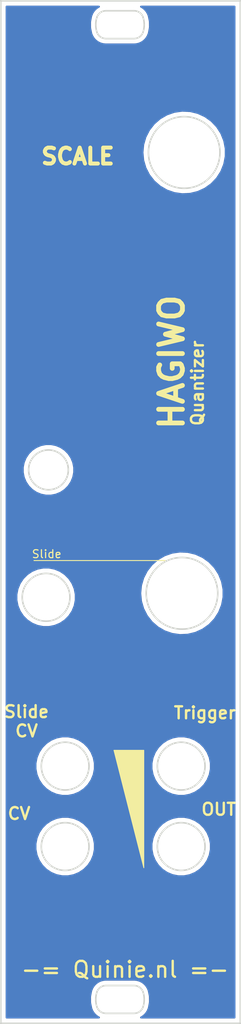
<source format=kicad_pcb>
(kicad_pcb (version 20171130) (host pcbnew "(5.1.10)-1")

  (general
    (thickness 1.6)
    (drawings 39)
    (tracks 0)
    (zones 0)
    (modules 0)
    (nets 1)
  )

  (page A4)
  (layers
    (0 F.Cu signal hide)
    (31 B.Cu signal hide)
    (32 B.Adhes user)
    (33 F.Adhes user)
    (34 B.Paste user)
    (35 F.Paste user)
    (36 B.SilkS user)
    (37 F.SilkS user)
    (38 B.Mask user)
    (39 F.Mask user)
    (40 Dwgs.User user)
    (41 Cmts.User user)
    (42 Eco1.User user)
    (43 Eco2.User user)
    (44 Edge.Cuts user)
    (45 Margin user)
    (46 B.CrtYd user)
    (47 F.CrtYd user)
    (48 B.Fab user)
    (49 F.Fab user)
  )

  (setup
    (last_trace_width 0.25)
    (trace_clearance 0.2)
    (zone_clearance 0.508)
    (zone_45_only no)
    (trace_min 0.2)
    (via_size 0.8)
    (via_drill 0.4)
    (via_min_size 0.4)
    (via_min_drill 0.3)
    (uvia_size 0.3)
    (uvia_drill 0.1)
    (uvias_allowed no)
    (uvia_min_size 0.2)
    (uvia_min_drill 0.1)
    (edge_width 0.05)
    (segment_width 0.2)
    (pcb_text_width 0.3)
    (pcb_text_size 1.5 1.5)
    (mod_edge_width 0.12)
    (mod_text_size 1 1)
    (mod_text_width 0.15)
    (pad_size 1.524 1.524)
    (pad_drill 0.762)
    (pad_to_mask_clearance 0.05)
    (aux_axis_origin 0 0)
    (visible_elements 7FFFFFFF)
    (pcbplotparams
      (layerselection 0x010fc_ffffffff)
      (usegerberextensions false)
      (usegerberattributes true)
      (usegerberadvancedattributes true)
      (creategerberjobfile true)
      (excludeedgelayer true)
      (linewidth 0.150000)
      (plotframeref false)
      (viasonmask false)
      (mode 1)
      (useauxorigin false)
      (hpglpennumber 1)
      (hpglpenspeed 20)
      (hpglpendiameter 15.000000)
      (psnegative false)
      (psa4output false)
      (plotreference true)
      (plotvalue true)
      (plotinvisibletext false)
      (padsonsilk false)
      (subtractmaskfromsilk false)
      (outputformat 1)
      (mirror false)
      (drillshape 0)
      (scaleselection 1)
      (outputdirectory "panel"))
  )

  (net 0 "")

  (net_class Default "This is the default net class."
    (clearance 0.2)
    (trace_width 0.25)
    (via_dia 0.8)
    (via_drill 0.4)
    (uvia_dia 0.3)
    (uvia_drill 0.1)
  )

  (gr_text "OUT\n" (at 59.6392 122.6312) (layer F.SilkS) (tstamp 60FEFE14)
    (effects (font (size 1.5 1.5) (thickness 0.3)))
  )
  (gr_poly (pts (xy 50.2158 129.9718) (xy 46.4566 115.2144) (xy 50.2158 115.2144)) (layer F.SilkS) (width 0.1))
  (gr_text "SCALE\n" (at 41.91 40.64) (layer F.SilkS) (tstamp 60E8B59B)
    (effects (font (size 2 2) (thickness 0.5)))
  )
  (gr_line (start 36.3982 91.3892) (end 52.9082 91.3892) (layer F.SilkS) (width 0.12))
  (gr_text Slide (at 37.9984 90.5764) (layer F.SilkS)
    (effects (font (size 1 1) (thickness 0.15)))
  )
  (gr_text Trigger (at 57.8866 110.5154) (layer F.SilkS)
    (effects (font (size 1.5 1.5) (thickness 0.3)))
  )
  (gr_text "Slide\nCV" (at 35.4584 111.5822) (layer F.SilkS)
    (effects (font (size 1.5 1.5) (thickness 0.3)))
  )
  (gr_text CV (at 34.5186 123.1646) (layer F.SilkS)
    (effects (font (size 1.5 1.5) (thickness 0.3)))
  )
  (gr_text "-= Quinie.nl =-" (at 47.8536 142.748) (layer F.SilkS)
    (effects (font (size 2 2) (thickness 0.3)))
  )
  (gr_text Quantizer (at 56.9722 69.1134 90) (layer F.SilkS)
    (effects (font (size 1.5 1.5) (thickness 0.3)))
  )
  (gr_text "HAGIWO " (at 53.721 65.3288 90) (layer F.SilkS)
    (effects (font (size 3 3) (thickness 0.6)))
  )
  (gr_line (start 32.2186 149.5046) (end 32.2186 21.1046) (layer Edge.Cuts) (width 0.2))
  (gr_line (start 62.3586 149.5046) (end 32.2186 149.5046) (layer Edge.Cuts) (width 0.2))
  (gr_line (start 62.3586 21.1046) (end 62.3586 149.5046) (layer Edge.Cuts) (width 0.2))
  (gr_line (start 48.984599 22.3546) (end 45.4526 22.3546) (layer Edge.Cuts) (width 0.2))
  (gr_arc (start 45.45227 23.5546) (end 45.452603 22.354601) (angle -72.70843) (layer Edge.Cuts) (width 0.2))
  (gr_arc (start 45.45227 145.9546) (end 45.452603 144.754601) (angle -72.70843) (layer Edge.Cuts) (width 0.2))
  (gr_arc (start 47.2186 146.5046) (end 50.130597 147.4116) (angle -34.60046) (layer Edge.Cuts) (width 0.2))
  (gr_arc (start 48.98493 147.0546) (end 48.984596 148.2546) (angle -72.70843) (layer Edge.Cuts) (width 0.2))
  (gr_arc (start 45.45227 147.0546) (end 44.306603 147.411601) (angle -72.70843) (layer Edge.Cuts) (width 0.2))
  (gr_arc (start 47.2186 146.5046) (end 44.306602 145.597601) (angle -34.60046) (layer Edge.Cuts) (width 0.2))
  (gr_line (start 32.2186 21.1046) (end 62.3586 21.1046) (layer Edge.Cuts) (width 0.2))
  (gr_circle (center 54.9186 127.3046) (end 57.9186 127.3046) (layer Edge.Cuts) (width 0.2))
  (gr_circle (center 38.2186 80.0046) (end 40.7186 80.0046) (layer Edge.Cuts) (width 0.2))
  (gr_circle (center 54.9186 117.204601) (end 57.9186 117.204601) (layer Edge.Cuts) (width 0.2))
  (gr_arc (start 45.45227 24.6546) (end 44.306603 25.011601) (angle -72.70843) (layer Edge.Cuts) (width 0.2))
  (gr_line (start 48.984599 144.7546) (end 45.4526 144.7546) (layer Edge.Cuts) (width 0.2))
  (gr_circle (center 37.9186 96.0046) (end 40.9186 96.0046) (layer Edge.Cuts) (width 0.2))
  (gr_arc (start 48.98493 23.5546) (end 50.130596 23.1976) (angle -72.70843) (layer Edge.Cuts) (width 0.2))
  (gr_arc (start 47.2186 24.1046) (end 50.130597 25.0116) (angle -34.60046) (layer Edge.Cuts) (width 0.2))
  (gr_arc (start 48.98493 24.6546) (end 48.984596 25.8546) (angle -72.70843) (layer Edge.Cuts) (width 0.2))
  (gr_arc (start 48.98493 145.9546) (end 50.130596 145.5976) (angle -72.70843) (layer Edge.Cuts) (width 0.2))
  (gr_circle (center 55.0186 95.5046) (end 59.5186 95.5046) (layer Edge.Cuts) (width 0.2))
  (gr_line (start 45.4526 148.2546) (end 48.984599 148.2546) (layer Edge.Cuts) (width 0.2))
  (gr_circle (center 40.3186 127.3046) (end 43.3186 127.3046) (layer Edge.Cuts) (width 0.2))
  (gr_circle (center 55.2976 40.1486) (end 59.7976 40.1486) (layer Edge.Cuts) (width 0.2))
  (gr_circle (center 40.3186 117.204601) (end 43.3186 117.204601) (layer Edge.Cuts) (width 0.2))
  (gr_line (start 45.4526 25.8546) (end 48.984599 25.8546) (layer Edge.Cuts) (width 0.2))
  (gr_arc (start 47.2186 24.1046) (end 44.306602 23.197601) (angle -34.60046) (layer Edge.Cuts) (width 0.2))

  (zone (net 0) (net_name "") (layer F.Cu) (tstamp 0) (hatch edge 0.508)
    (connect_pads (clearance 0.508))
    (min_thickness 0.254)
    (fill yes (arc_segments 32) (thermal_gap 0.508) (thermal_bridge_width 0.508))
    (polygon
      (pts
        (xy 62.3316 149.479) (xy 32.2326 149.5044) (xy 32.2326 21.1074) (xy 62.3316 21.1074)
      )
    )
    (filled_polygon
      (pts
        (xy 44.553175 21.845122) (xy 44.493896 21.875447) (xy 44.485298 21.88105) (xy 44.289986 22.010288) (xy 44.238257 22.052316)
        (xy 44.185999 22.093576) (xy 44.178653 22.100742) (xy 44.012163 22.265455) (xy 43.969586 22.316726) (xy 43.926335 22.367353)
        (xy 43.920521 22.37581) (xy 43.789195 22.569723) (xy 43.757394 22.628275) (xy 43.724792 22.686352) (xy 43.720731 22.695777)
        (xy 43.62957 22.911506) (xy 43.619438 22.944022) (xy 43.606008 22.975355) (xy 43.602973 22.985159) (xy 43.58758 23.036142)
        (xy 43.580968 23.069532) (xy 43.570964 23.102052) (xy 43.568988 23.112122) (xy 43.458472 23.697024) (xy 43.452549 23.763388)
        (xy 43.445703 23.829641) (xy 43.445721 23.839903) (xy 43.450918 24.435132) (xy 43.458 24.501401) (xy 43.464151 24.567703)
        (xy 43.466162 24.577767) (xy 43.586874 25.16065) (xy 43.601298 25.20696) (xy 43.612748 25.254066) (xy 43.6162 25.26373)
        (xy 43.65576 25.372056) (xy 43.676738 25.415719) (xy 43.694898 25.460631) (xy 43.699718 25.469691) (xy 43.811166 25.675673)
        (xy 43.84845 25.730915) (xy 43.884927 25.786624) (xy 43.891415 25.794575) (xy 44.04075 25.974988) (xy 44.088072 26.021955)
        (xy 44.134655 26.069497) (xy 44.142558 26.076031) (xy 44.142564 26.076037) (xy 44.142571 26.076041) (xy 44.324097 26.224006)
        (xy 44.379618 26.260872) (xy 44.43457 26.298476) (xy 44.443599 26.303355) (xy 44.650415 26.413247) (xy 44.712054 26.438633)
        (xy 44.77325 26.464841) (xy 44.78305 26.467872) (xy 44.783056 26.467874) (xy 45.007276 26.535501) (xy 45.072644 26.548425)
        (xy 45.137791 26.562254) (xy 45.147997 26.563324) (xy 45.381085 26.586113) (xy 45.381091 26.586113) (xy 45.416495 26.5896)
        (xy 49.020704 26.5896) (xy 49.038202 26.587877) (xy 49.134906 26.583251) (xy 49.182844 26.576225) (xy 49.231112 26.572263)
        (xy 49.241196 26.570359) (xy 49.47102 26.525301) (xy 49.534856 26.506158) (xy 49.598901 26.487924) (xy 49.608423 26.484098)
        (xy 49.825118 26.395258) (xy 49.884 26.364091) (xy 49.943302 26.333755) (xy 49.9519 26.328152) (xy 50.147212 26.198915)
        (xy 50.198952 26.156878) (xy 50.251201 26.115626) (xy 50.258547 26.108459) (xy 50.425036 25.943747) (xy 50.467625 25.892462)
        (xy 50.510865 25.841848) (xy 50.516674 25.833398) (xy 50.51668 25.833391) (xy 50.516684 25.833384) (xy 50.648005 25.639478)
        (xy 50.679806 25.580926) (xy 50.712408 25.522849) (xy 50.716469 25.513424) (xy 50.807629 25.297696) (xy 50.817763 25.265175)
        (xy 50.831191 25.233846) (xy 50.834226 25.224042) (xy 50.849619 25.17306) (xy 50.856231 25.139668) (xy 50.866235 25.107149)
        (xy 50.868211 25.097079) (xy 50.978727 24.512177) (xy 50.984649 24.445825) (xy 50.991496 24.379562) (xy 50.991478 24.369299)
        (xy 50.986282 23.77407) (xy 50.979201 23.707811) (xy 50.973049 23.641498) (xy 50.971038 23.631434) (xy 50.850326 23.04855)
        (xy 50.835897 23.002225) (xy 50.824451 22.955135) (xy 50.820999 22.945471) (xy 50.781439 22.837144) (xy 50.760457 22.793472)
        (xy 50.7423 22.748568) (xy 50.73748 22.739508) (xy 50.626032 22.533527) (xy 50.588738 22.47827) (xy 50.552273 22.42258)
        (xy 50.545785 22.414629) (xy 50.545784 22.414627) (xy 50.54578 22.414623) (xy 50.396451 22.234216) (xy 50.349132 22.187252)
        (xy 50.302547 22.139707) (xy 50.294638 22.133167) (xy 50.113105 21.985197) (xy 50.05758 21.948328) (xy 50.002633 21.910727)
        (xy 49.993605 21.905848) (xy 49.868927 21.8396) (xy 61.6236 21.8396) (xy 61.623601 148.7696) (xy 49.873592 148.7696)
        (xy 49.884 148.764091) (xy 49.943302 148.733755) (xy 49.9519 148.728152) (xy 50.147212 148.598915) (xy 50.198952 148.556878)
        (xy 50.251201 148.515626) (xy 50.258547 148.508459) (xy 50.425036 148.343747) (xy 50.467625 148.292462) (xy 50.510865 148.241848)
        (xy 50.516674 148.233398) (xy 50.51668 148.233391) (xy 50.516684 148.233384) (xy 50.648005 148.039478) (xy 50.679806 147.980926)
        (xy 50.712408 147.922849) (xy 50.716469 147.913424) (xy 50.807629 147.697696) (xy 50.817763 147.665175) (xy 50.831191 147.633846)
        (xy 50.834226 147.624042) (xy 50.849619 147.57306) (xy 50.856231 147.539668) (xy 50.866235 147.507149) (xy 50.868211 147.497079)
        (xy 50.978727 146.912177) (xy 50.984649 146.845825) (xy 50.991496 146.779562) (xy 50.991478 146.769299) (xy 50.986282 146.17407)
        (xy 50.979201 146.107811) (xy 50.973049 146.041498) (xy 50.971038 146.031434) (xy 50.850326 145.44855) (xy 50.835897 145.402225)
        (xy 50.824451 145.355135) (xy 50.820999 145.345471) (xy 50.781439 145.237144) (xy 50.760457 145.193472) (xy 50.7423 145.148568)
        (xy 50.73748 145.139508) (xy 50.626032 144.933527) (xy 50.588738 144.87827) (xy 50.552273 144.82258) (xy 50.545785 144.814629)
        (xy 50.545784 144.814627) (xy 50.54578 144.814623) (xy 50.396451 144.634216) (xy 50.349132 144.587252) (xy 50.302547 144.539707)
        (xy 50.294638 144.533167) (xy 50.113105 144.385197) (xy 50.05758 144.348328) (xy 50.002633 144.310727) (xy 49.993605 144.305848)
        (xy 49.786789 144.195956) (xy 49.725165 144.170576) (xy 49.663951 144.14436) (xy 49.654153 144.14133) (xy 49.654151 144.141329)
        (xy 49.654149 144.141329) (xy 49.654147 144.141328) (xy 49.429925 144.0737) (xy 49.364583 144.060781) (xy 49.29941 144.046947)
        (xy 49.289204 144.045877) (xy 49.056471 144.023123) (xy 49.020704 144.0196) (xy 45.416495 144.0196) (xy 45.398975 144.021326)
        (xy 45.3023 144.025949) (xy 45.254359 144.032975) (xy 45.206084 144.036938) (xy 45.196 144.038842) (xy 44.966176 144.083901)
        (xy 44.902343 144.103043) (xy 44.8383 144.121277) (xy 44.828776 144.125103) (xy 44.828772 144.125105) (xy 44.612083 144.213942)
        (xy 44.553175 144.245122) (xy 44.493896 144.275447) (xy 44.485298 144.28105) (xy 44.289986 144.410288) (xy 44.238257 144.452316)
        (xy 44.185999 144.493576) (xy 44.178653 144.500742) (xy 44.012163 144.665455) (xy 43.969586 144.716726) (xy 43.926335 144.767353)
        (xy 43.920521 144.77581) (xy 43.789195 144.969723) (xy 43.757394 145.028275) (xy 43.724792 145.086352) (xy 43.720731 145.095777)
        (xy 43.62957 145.311506) (xy 43.619438 145.344022) (xy 43.606008 145.375355) (xy 43.602973 145.385159) (xy 43.58758 145.436142)
        (xy 43.580968 145.469532) (xy 43.570964 145.502052) (xy 43.568988 145.512122) (xy 43.458472 146.097024) (xy 43.452549 146.163388)
        (xy 43.445703 146.229641) (xy 43.445721 146.239903) (xy 43.450918 146.835132) (xy 43.458 146.901401) (xy 43.464151 146.967703)
        (xy 43.466162 146.977767) (xy 43.586874 147.56065) (xy 43.601298 147.60696) (xy 43.612748 147.654066) (xy 43.6162 147.66373)
        (xy 43.65576 147.772056) (xy 43.676738 147.815719) (xy 43.694898 147.860631) (xy 43.699718 147.869691) (xy 43.811166 148.075673)
        (xy 43.84845 148.130915) (xy 43.884927 148.186624) (xy 43.891415 148.194575) (xy 44.04075 148.374988) (xy 44.088072 148.421955)
        (xy 44.134655 148.469497) (xy 44.142558 148.476031) (xy 44.142564 148.476037) (xy 44.142571 148.476041) (xy 44.324097 148.624006)
        (xy 44.379618 148.660872) (xy 44.43457 148.698476) (xy 44.443599 148.703355) (xy 44.568272 148.7696) (xy 32.9536 148.7696)
        (xy 32.9536 126.936546) (xy 36.581681 126.936546) (xy 36.581681 127.672654) (xy 36.725289 128.394619) (xy 37.006986 129.074695)
        (xy 37.415946 129.686747) (xy 37.936453 130.207254) (xy 38.548505 130.616214) (xy 39.228581 130.897911) (xy 39.950546 131.041519)
        (xy 40.686654 131.041519) (xy 41.408619 130.897911) (xy 42.088695 130.616214) (xy 42.700747 130.207254) (xy 43.221254 129.686747)
        (xy 43.630214 129.074695) (xy 43.911911 128.394619) (xy 44.055519 127.672654) (xy 44.055519 126.936546) (xy 51.181681 126.936546)
        (xy 51.181681 127.672654) (xy 51.325289 128.394619) (xy 51.606986 129.074695) (xy 52.015946 129.686747) (xy 52.536453 130.207254)
        (xy 53.148505 130.616214) (xy 53.828581 130.897911) (xy 54.550546 131.041519) (xy 55.286654 131.041519) (xy 56.008619 130.897911)
        (xy 56.688695 130.616214) (xy 57.300747 130.207254) (xy 57.821254 129.686747) (xy 58.230214 129.074695) (xy 58.511911 128.394619)
        (xy 58.655519 127.672654) (xy 58.655519 126.936546) (xy 58.511911 126.214581) (xy 58.230214 125.534505) (xy 57.821254 124.922453)
        (xy 57.300747 124.401946) (xy 56.688695 123.992986) (xy 56.008619 123.711289) (xy 55.286654 123.567681) (xy 54.550546 123.567681)
        (xy 53.828581 123.711289) (xy 53.148505 123.992986) (xy 52.536453 124.401946) (xy 52.015946 124.922453) (xy 51.606986 125.534505)
        (xy 51.325289 126.214581) (xy 51.181681 126.936546) (xy 44.055519 126.936546) (xy 43.911911 126.214581) (xy 43.630214 125.534505)
        (xy 43.221254 124.922453) (xy 42.700747 124.401946) (xy 42.088695 123.992986) (xy 41.408619 123.711289) (xy 40.686654 123.567681)
        (xy 39.950546 123.567681) (xy 39.228581 123.711289) (xy 38.548505 123.992986) (xy 37.936453 124.401946) (xy 37.415946 124.922453)
        (xy 37.006986 125.534505) (xy 36.725289 126.214581) (xy 36.581681 126.936546) (xy 32.9536 126.936546) (xy 32.9536 116.836547)
        (xy 36.581681 116.836547) (xy 36.581681 117.572655) (xy 36.725289 118.29462) (xy 37.006986 118.974696) (xy 37.415946 119.586748)
        (xy 37.936453 120.107255) (xy 38.548505 120.516215) (xy 39.228581 120.797912) (xy 39.950546 120.94152) (xy 40.686654 120.94152)
        (xy 41.408619 120.797912) (xy 42.088695 120.516215) (xy 42.700747 120.107255) (xy 43.221254 119.586748) (xy 43.630214 118.974696)
        (xy 43.911911 118.29462) (xy 44.055519 117.572655) (xy 44.055519 116.836547) (xy 51.181681 116.836547) (xy 51.181681 117.572655)
        (xy 51.325289 118.29462) (xy 51.606986 118.974696) (xy 52.015946 119.586748) (xy 52.536453 120.107255) (xy 53.148505 120.516215)
        (xy 53.828581 120.797912) (xy 54.550546 120.94152) (xy 55.286654 120.94152) (xy 56.008619 120.797912) (xy 56.688695 120.516215)
        (xy 57.300747 120.107255) (xy 57.821254 119.586748) (xy 58.230214 118.974696) (xy 58.511911 118.29462) (xy 58.655519 117.572655)
        (xy 58.655519 116.836547) (xy 58.511911 116.114582) (xy 58.230214 115.434506) (xy 57.821254 114.822454) (xy 57.300747 114.301947)
        (xy 56.688695 113.892987) (xy 56.008619 113.61129) (xy 55.286654 113.467682) (xy 54.550546 113.467682) (xy 53.828581 113.61129)
        (xy 53.148505 113.892987) (xy 52.536453 114.301947) (xy 52.015946 114.822454) (xy 51.606986 115.434506) (xy 51.325289 116.114582)
        (xy 51.181681 116.836547) (xy 44.055519 116.836547) (xy 43.911911 116.114582) (xy 43.630214 115.434506) (xy 43.221254 114.822454)
        (xy 42.700747 114.301947) (xy 42.088695 113.892987) (xy 41.408619 113.61129) (xy 40.686654 113.467682) (xy 39.950546 113.467682)
        (xy 39.228581 113.61129) (xy 38.548505 113.892987) (xy 37.936453 114.301947) (xy 37.415946 114.822454) (xy 37.006986 115.434506)
        (xy 36.725289 116.114582) (xy 36.581681 116.836547) (xy 32.9536 116.836547) (xy 32.9536 95.636546) (xy 34.181681 95.636546)
        (xy 34.181681 96.372654) (xy 34.325289 97.094619) (xy 34.606986 97.774695) (xy 35.015946 98.386747) (xy 35.536453 98.907254)
        (xy 36.148505 99.316214) (xy 36.828581 99.597911) (xy 37.550546 99.741519) (xy 38.286654 99.741519) (xy 39.008619 99.597911)
        (xy 39.688695 99.316214) (xy 40.300747 98.907254) (xy 40.821254 98.386747) (xy 41.230214 97.774695) (xy 41.511911 97.094619)
        (xy 41.655519 96.372654) (xy 41.655519 95.636546) (xy 41.629274 95.5046) (xy 49.7636 95.5046) (xy 49.858565 96.499115)
        (xy 50.140027 97.457686) (xy 50.597813 98.345667) (xy 51.215378 99.130965) (xy 51.970401 99.785197) (xy 52.835594 100.284716)
        (xy 53.779687 100.61147) (xy 54.768557 100.753648) (xy 55.766464 100.706112) (xy 56.737342 100.470579) (xy 57.6461 100.055563)
        (xy 58.459893 99.476064) (xy 59.149309 98.753025) (xy 59.68943 97.91258) (xy 60.060736 96.985105) (xy 60.249805 96.00412)
        (xy 60.249805 95.00508) (xy 60.060736 94.024095) (xy 59.68943 93.09662) (xy 59.149309 92.256175) (xy 58.459893 91.533136)
        (xy 57.6461 90.953637) (xy 56.737342 90.538621) (xy 55.766464 90.303088) (xy 54.768557 90.255552) (xy 53.779687 90.39773)
        (xy 52.835594 90.724484) (xy 51.970401 91.224003) (xy 51.215378 91.878235) (xy 50.597813 92.663533) (xy 50.140027 93.551514)
        (xy 49.858565 94.510085) (xy 49.7636 95.5046) (xy 41.629274 95.5046) (xy 41.511911 94.914581) (xy 41.230214 94.234505)
        (xy 40.821254 93.622453) (xy 40.300747 93.101946) (xy 39.688695 92.692986) (xy 39.008619 92.411289) (xy 38.286654 92.267681)
        (xy 37.550546 92.267681) (xy 36.828581 92.411289) (xy 36.148505 92.692986) (xy 35.536453 93.101946) (xy 35.015946 93.622453)
        (xy 34.606986 94.234505) (xy 34.325289 94.914581) (xy 34.181681 95.636546) (xy 32.9536 95.636546) (xy 32.9536 79.685554)
        (xy 34.979274 79.685554) (xy 34.979274 80.323646) (xy 35.103759 80.949477) (xy 35.347946 81.538996) (xy 35.702451 82.06955)
        (xy 36.15365 82.520749) (xy 36.684204 82.875254) (xy 37.273723 83.119441) (xy 37.899554 83.243926) (xy 38.537646 83.243926)
        (xy 39.163477 83.119441) (xy 39.752996 82.875254) (xy 40.28355 82.520749) (xy 40.734749 82.06955) (xy 41.089254 81.538996)
        (xy 41.333441 80.949477) (xy 41.457926 80.323646) (xy 41.457926 79.685554) (xy 41.333441 79.059723) (xy 41.089254 78.470204)
        (xy 40.734749 77.93965) (xy 40.28355 77.488451) (xy 39.752996 77.133946) (xy 39.163477 76.889759) (xy 38.537646 76.765274)
        (xy 37.899554 76.765274) (xy 37.273723 76.889759) (xy 36.684204 77.133946) (xy 36.15365 77.488451) (xy 35.702451 77.93965)
        (xy 35.347946 78.470204) (xy 35.103759 79.059723) (xy 34.979274 79.685554) (xy 32.9536 79.685554) (xy 32.9536 40.1486)
        (xy 50.0426 40.1486) (xy 50.137565 41.143115) (xy 50.419027 42.101686) (xy 50.876813 42.989667) (xy 51.494378 43.774965)
        (xy 52.249401 44.429197) (xy 53.114594 44.928716) (xy 54.058687 45.25547) (xy 55.047557 45.397648) (xy 56.045464 45.350112)
        (xy 57.016342 45.114579) (xy 57.9251 44.699563) (xy 58.738893 44.120064) (xy 59.428309 43.397025) (xy 59.96843 42.55658)
        (xy 60.339736 41.629105) (xy 60.528805 40.64812) (xy 60.528805 39.64908) (xy 60.339736 38.668095) (xy 59.96843 37.74062)
        (xy 59.428309 36.900175) (xy 58.738893 36.177136) (xy 57.9251 35.597637) (xy 57.016342 35.182621) (xy 56.045464 34.947088)
        (xy 55.047557 34.899552) (xy 54.058687 35.04173) (xy 53.114594 35.368484) (xy 52.249401 35.868003) (xy 51.494378 36.522235)
        (xy 50.876813 37.307533) (xy 50.419027 38.195514) (xy 50.137565 39.154085) (xy 50.0426 40.1486) (xy 32.9536 40.1486)
        (xy 32.9536 21.8396) (xy 44.563608 21.8396)
      )
    )
  )
  (zone (net 0) (net_name "") (layer B.Cu) (tstamp 0) (hatch edge 0.508)
    (connect_pads (clearance 0.508))
    (min_thickness 0.254)
    (fill yes (arc_segments 32) (thermal_gap 0.508) (thermal_bridge_width 0.508))
    (polygon
      (pts
        (xy 62.3316 149.479) (xy 32.2326 149.5044) (xy 32.2326 21.1074) (xy 62.3316 21.1074)
      )
    )
    (filled_polygon
      (pts
        (xy 44.553175 21.845122) (xy 44.493896 21.875447) (xy 44.485298 21.88105) (xy 44.289986 22.010288) (xy 44.238257 22.052316)
        (xy 44.185999 22.093576) (xy 44.178653 22.100742) (xy 44.012163 22.265455) (xy 43.969586 22.316726) (xy 43.926335 22.367353)
        (xy 43.920521 22.37581) (xy 43.789195 22.569723) (xy 43.757394 22.628275) (xy 43.724792 22.686352) (xy 43.720731 22.695777)
        (xy 43.62957 22.911506) (xy 43.619438 22.944022) (xy 43.606008 22.975355) (xy 43.602973 22.985159) (xy 43.58758 23.036142)
        (xy 43.580968 23.069532) (xy 43.570964 23.102052) (xy 43.568988 23.112122) (xy 43.458472 23.697024) (xy 43.452549 23.763388)
        (xy 43.445703 23.829641) (xy 43.445721 23.839903) (xy 43.450918 24.435132) (xy 43.458 24.501401) (xy 43.464151 24.567703)
        (xy 43.466162 24.577767) (xy 43.586874 25.16065) (xy 43.601298 25.20696) (xy 43.612748 25.254066) (xy 43.6162 25.26373)
        (xy 43.65576 25.372056) (xy 43.676738 25.415719) (xy 43.694898 25.460631) (xy 43.699718 25.469691) (xy 43.811166 25.675673)
        (xy 43.84845 25.730915) (xy 43.884927 25.786624) (xy 43.891415 25.794575) (xy 44.04075 25.974988) (xy 44.088072 26.021955)
        (xy 44.134655 26.069497) (xy 44.142558 26.076031) (xy 44.142564 26.076037) (xy 44.142571 26.076041) (xy 44.324097 26.224006)
        (xy 44.379618 26.260872) (xy 44.43457 26.298476) (xy 44.443599 26.303355) (xy 44.650415 26.413247) (xy 44.712054 26.438633)
        (xy 44.77325 26.464841) (xy 44.78305 26.467872) (xy 44.783056 26.467874) (xy 45.007276 26.535501) (xy 45.072644 26.548425)
        (xy 45.137791 26.562254) (xy 45.147997 26.563324) (xy 45.381085 26.586113) (xy 45.381091 26.586113) (xy 45.416495 26.5896)
        (xy 49.020704 26.5896) (xy 49.038202 26.587877) (xy 49.134906 26.583251) (xy 49.182844 26.576225) (xy 49.231112 26.572263)
        (xy 49.241196 26.570359) (xy 49.47102 26.525301) (xy 49.534856 26.506158) (xy 49.598901 26.487924) (xy 49.608423 26.484098)
        (xy 49.825118 26.395258) (xy 49.884 26.364091) (xy 49.943302 26.333755) (xy 49.9519 26.328152) (xy 50.147212 26.198915)
        (xy 50.198952 26.156878) (xy 50.251201 26.115626) (xy 50.258547 26.108459) (xy 50.425036 25.943747) (xy 50.467625 25.892462)
        (xy 50.510865 25.841848) (xy 50.516674 25.833398) (xy 50.51668 25.833391) (xy 50.516684 25.833384) (xy 50.648005 25.639478)
        (xy 50.679806 25.580926) (xy 50.712408 25.522849) (xy 50.716469 25.513424) (xy 50.807629 25.297696) (xy 50.817763 25.265175)
        (xy 50.831191 25.233846) (xy 50.834226 25.224042) (xy 50.849619 25.17306) (xy 50.856231 25.139668) (xy 50.866235 25.107149)
        (xy 50.868211 25.097079) (xy 50.978727 24.512177) (xy 50.984649 24.445825) (xy 50.991496 24.379562) (xy 50.991478 24.369299)
        (xy 50.986282 23.77407) (xy 50.979201 23.707811) (xy 50.973049 23.641498) (xy 50.971038 23.631434) (xy 50.850326 23.04855)
        (xy 50.835897 23.002225) (xy 50.824451 22.955135) (xy 50.820999 22.945471) (xy 50.781439 22.837144) (xy 50.760457 22.793472)
        (xy 50.7423 22.748568) (xy 50.73748 22.739508) (xy 50.626032 22.533527) (xy 50.588738 22.47827) (xy 50.552273 22.42258)
        (xy 50.545785 22.414629) (xy 50.545784 22.414627) (xy 50.54578 22.414623) (xy 50.396451 22.234216) (xy 50.349132 22.187252)
        (xy 50.302547 22.139707) (xy 50.294638 22.133167) (xy 50.113105 21.985197) (xy 50.05758 21.948328) (xy 50.002633 21.910727)
        (xy 49.993605 21.905848) (xy 49.868927 21.8396) (xy 61.6236 21.8396) (xy 61.623601 148.7696) (xy 49.873592 148.7696)
        (xy 49.884 148.764091) (xy 49.943302 148.733755) (xy 49.9519 148.728152) (xy 50.147212 148.598915) (xy 50.198952 148.556878)
        (xy 50.251201 148.515626) (xy 50.258547 148.508459) (xy 50.425036 148.343747) (xy 50.467625 148.292462) (xy 50.510865 148.241848)
        (xy 50.516674 148.233398) (xy 50.51668 148.233391) (xy 50.516684 148.233384) (xy 50.648005 148.039478) (xy 50.679806 147.980926)
        (xy 50.712408 147.922849) (xy 50.716469 147.913424) (xy 50.807629 147.697696) (xy 50.817763 147.665175) (xy 50.831191 147.633846)
        (xy 50.834226 147.624042) (xy 50.849619 147.57306) (xy 50.856231 147.539668) (xy 50.866235 147.507149) (xy 50.868211 147.497079)
        (xy 50.978727 146.912177) (xy 50.984649 146.845825) (xy 50.991496 146.779562) (xy 50.991478 146.769299) (xy 50.986282 146.17407)
        (xy 50.979201 146.107811) (xy 50.973049 146.041498) (xy 50.971038 146.031434) (xy 50.850326 145.44855) (xy 50.835897 145.402225)
        (xy 50.824451 145.355135) (xy 50.820999 145.345471) (xy 50.781439 145.237144) (xy 50.760457 145.193472) (xy 50.7423 145.148568)
        (xy 50.73748 145.139508) (xy 50.626032 144.933527) (xy 50.588738 144.87827) (xy 50.552273 144.82258) (xy 50.545785 144.814629)
        (xy 50.545784 144.814627) (xy 50.54578 144.814623) (xy 50.396451 144.634216) (xy 50.349132 144.587252) (xy 50.302547 144.539707)
        (xy 50.294638 144.533167) (xy 50.113105 144.385197) (xy 50.05758 144.348328) (xy 50.002633 144.310727) (xy 49.993605 144.305848)
        (xy 49.786789 144.195956) (xy 49.725165 144.170576) (xy 49.663951 144.14436) (xy 49.654153 144.14133) (xy 49.654151 144.141329)
        (xy 49.654149 144.141329) (xy 49.654147 144.141328) (xy 49.429925 144.0737) (xy 49.364583 144.060781) (xy 49.29941 144.046947)
        (xy 49.289204 144.045877) (xy 49.056471 144.023123) (xy 49.020704 144.0196) (xy 45.416495 144.0196) (xy 45.398975 144.021326)
        (xy 45.3023 144.025949) (xy 45.254359 144.032975) (xy 45.206084 144.036938) (xy 45.196 144.038842) (xy 44.966176 144.083901)
        (xy 44.902343 144.103043) (xy 44.8383 144.121277) (xy 44.828776 144.125103) (xy 44.828772 144.125105) (xy 44.612083 144.213942)
        (xy 44.553175 144.245122) (xy 44.493896 144.275447) (xy 44.485298 144.28105) (xy 44.289986 144.410288) (xy 44.238257 144.452316)
        (xy 44.185999 144.493576) (xy 44.178653 144.500742) (xy 44.012163 144.665455) (xy 43.969586 144.716726) (xy 43.926335 144.767353)
        (xy 43.920521 144.77581) (xy 43.789195 144.969723) (xy 43.757394 145.028275) (xy 43.724792 145.086352) (xy 43.720731 145.095777)
        (xy 43.62957 145.311506) (xy 43.619438 145.344022) (xy 43.606008 145.375355) (xy 43.602973 145.385159) (xy 43.58758 145.436142)
        (xy 43.580968 145.469532) (xy 43.570964 145.502052) (xy 43.568988 145.512122) (xy 43.458472 146.097024) (xy 43.452549 146.163388)
        (xy 43.445703 146.229641) (xy 43.445721 146.239903) (xy 43.450918 146.835132) (xy 43.458 146.901401) (xy 43.464151 146.967703)
        (xy 43.466162 146.977767) (xy 43.586874 147.56065) (xy 43.601298 147.60696) (xy 43.612748 147.654066) (xy 43.6162 147.66373)
        (xy 43.65576 147.772056) (xy 43.676738 147.815719) (xy 43.694898 147.860631) (xy 43.699718 147.869691) (xy 43.811166 148.075673)
        (xy 43.84845 148.130915) (xy 43.884927 148.186624) (xy 43.891415 148.194575) (xy 44.04075 148.374988) (xy 44.088072 148.421955)
        (xy 44.134655 148.469497) (xy 44.142558 148.476031) (xy 44.142564 148.476037) (xy 44.142571 148.476041) (xy 44.324097 148.624006)
        (xy 44.379618 148.660872) (xy 44.43457 148.698476) (xy 44.443599 148.703355) (xy 44.568272 148.7696) (xy 32.9536 148.7696)
        (xy 32.9536 126.936546) (xy 36.581681 126.936546) (xy 36.581681 127.672654) (xy 36.725289 128.394619) (xy 37.006986 129.074695)
        (xy 37.415946 129.686747) (xy 37.936453 130.207254) (xy 38.548505 130.616214) (xy 39.228581 130.897911) (xy 39.950546 131.041519)
        (xy 40.686654 131.041519) (xy 41.408619 130.897911) (xy 42.088695 130.616214) (xy 42.700747 130.207254) (xy 43.221254 129.686747)
        (xy 43.630214 129.074695) (xy 43.911911 128.394619) (xy 44.055519 127.672654) (xy 44.055519 126.936546) (xy 51.181681 126.936546)
        (xy 51.181681 127.672654) (xy 51.325289 128.394619) (xy 51.606986 129.074695) (xy 52.015946 129.686747) (xy 52.536453 130.207254)
        (xy 53.148505 130.616214) (xy 53.828581 130.897911) (xy 54.550546 131.041519) (xy 55.286654 131.041519) (xy 56.008619 130.897911)
        (xy 56.688695 130.616214) (xy 57.300747 130.207254) (xy 57.821254 129.686747) (xy 58.230214 129.074695) (xy 58.511911 128.394619)
        (xy 58.655519 127.672654) (xy 58.655519 126.936546) (xy 58.511911 126.214581) (xy 58.230214 125.534505) (xy 57.821254 124.922453)
        (xy 57.300747 124.401946) (xy 56.688695 123.992986) (xy 56.008619 123.711289) (xy 55.286654 123.567681) (xy 54.550546 123.567681)
        (xy 53.828581 123.711289) (xy 53.148505 123.992986) (xy 52.536453 124.401946) (xy 52.015946 124.922453) (xy 51.606986 125.534505)
        (xy 51.325289 126.214581) (xy 51.181681 126.936546) (xy 44.055519 126.936546) (xy 43.911911 126.214581) (xy 43.630214 125.534505)
        (xy 43.221254 124.922453) (xy 42.700747 124.401946) (xy 42.088695 123.992986) (xy 41.408619 123.711289) (xy 40.686654 123.567681)
        (xy 39.950546 123.567681) (xy 39.228581 123.711289) (xy 38.548505 123.992986) (xy 37.936453 124.401946) (xy 37.415946 124.922453)
        (xy 37.006986 125.534505) (xy 36.725289 126.214581) (xy 36.581681 126.936546) (xy 32.9536 126.936546) (xy 32.9536 116.836547)
        (xy 36.581681 116.836547) (xy 36.581681 117.572655) (xy 36.725289 118.29462) (xy 37.006986 118.974696) (xy 37.415946 119.586748)
        (xy 37.936453 120.107255) (xy 38.548505 120.516215) (xy 39.228581 120.797912) (xy 39.950546 120.94152) (xy 40.686654 120.94152)
        (xy 41.408619 120.797912) (xy 42.088695 120.516215) (xy 42.700747 120.107255) (xy 43.221254 119.586748) (xy 43.630214 118.974696)
        (xy 43.911911 118.29462) (xy 44.055519 117.572655) (xy 44.055519 116.836547) (xy 51.181681 116.836547) (xy 51.181681 117.572655)
        (xy 51.325289 118.29462) (xy 51.606986 118.974696) (xy 52.015946 119.586748) (xy 52.536453 120.107255) (xy 53.148505 120.516215)
        (xy 53.828581 120.797912) (xy 54.550546 120.94152) (xy 55.286654 120.94152) (xy 56.008619 120.797912) (xy 56.688695 120.516215)
        (xy 57.300747 120.107255) (xy 57.821254 119.586748) (xy 58.230214 118.974696) (xy 58.511911 118.29462) (xy 58.655519 117.572655)
        (xy 58.655519 116.836547) (xy 58.511911 116.114582) (xy 58.230214 115.434506) (xy 57.821254 114.822454) (xy 57.300747 114.301947)
        (xy 56.688695 113.892987) (xy 56.008619 113.61129) (xy 55.286654 113.467682) (xy 54.550546 113.467682) (xy 53.828581 113.61129)
        (xy 53.148505 113.892987) (xy 52.536453 114.301947) (xy 52.015946 114.822454) (xy 51.606986 115.434506) (xy 51.325289 116.114582)
        (xy 51.181681 116.836547) (xy 44.055519 116.836547) (xy 43.911911 116.114582) (xy 43.630214 115.434506) (xy 43.221254 114.822454)
        (xy 42.700747 114.301947) (xy 42.088695 113.892987) (xy 41.408619 113.61129) (xy 40.686654 113.467682) (xy 39.950546 113.467682)
        (xy 39.228581 113.61129) (xy 38.548505 113.892987) (xy 37.936453 114.301947) (xy 37.415946 114.822454) (xy 37.006986 115.434506)
        (xy 36.725289 116.114582) (xy 36.581681 116.836547) (xy 32.9536 116.836547) (xy 32.9536 95.636546) (xy 34.181681 95.636546)
        (xy 34.181681 96.372654) (xy 34.325289 97.094619) (xy 34.606986 97.774695) (xy 35.015946 98.386747) (xy 35.536453 98.907254)
        (xy 36.148505 99.316214) (xy 36.828581 99.597911) (xy 37.550546 99.741519) (xy 38.286654 99.741519) (xy 39.008619 99.597911)
        (xy 39.688695 99.316214) (xy 40.300747 98.907254) (xy 40.821254 98.386747) (xy 41.230214 97.774695) (xy 41.511911 97.094619)
        (xy 41.655519 96.372654) (xy 41.655519 95.636546) (xy 41.629274 95.5046) (xy 49.7636 95.5046) (xy 49.858565 96.499115)
        (xy 50.140027 97.457686) (xy 50.597813 98.345667) (xy 51.215378 99.130965) (xy 51.970401 99.785197) (xy 52.835594 100.284716)
        (xy 53.779687 100.61147) (xy 54.768557 100.753648) (xy 55.766464 100.706112) (xy 56.737342 100.470579) (xy 57.6461 100.055563)
        (xy 58.459893 99.476064) (xy 59.149309 98.753025) (xy 59.68943 97.91258) (xy 60.060736 96.985105) (xy 60.249805 96.00412)
        (xy 60.249805 95.00508) (xy 60.060736 94.024095) (xy 59.68943 93.09662) (xy 59.149309 92.256175) (xy 58.459893 91.533136)
        (xy 57.6461 90.953637) (xy 56.737342 90.538621) (xy 55.766464 90.303088) (xy 54.768557 90.255552) (xy 53.779687 90.39773)
        (xy 52.835594 90.724484) (xy 51.970401 91.224003) (xy 51.215378 91.878235) (xy 50.597813 92.663533) (xy 50.140027 93.551514)
        (xy 49.858565 94.510085) (xy 49.7636 95.5046) (xy 41.629274 95.5046) (xy 41.511911 94.914581) (xy 41.230214 94.234505)
        (xy 40.821254 93.622453) (xy 40.300747 93.101946) (xy 39.688695 92.692986) (xy 39.008619 92.411289) (xy 38.286654 92.267681)
        (xy 37.550546 92.267681) (xy 36.828581 92.411289) (xy 36.148505 92.692986) (xy 35.536453 93.101946) (xy 35.015946 93.622453)
        (xy 34.606986 94.234505) (xy 34.325289 94.914581) (xy 34.181681 95.636546) (xy 32.9536 95.636546) (xy 32.9536 79.685554)
        (xy 34.979274 79.685554) (xy 34.979274 80.323646) (xy 35.103759 80.949477) (xy 35.347946 81.538996) (xy 35.702451 82.06955)
        (xy 36.15365 82.520749) (xy 36.684204 82.875254) (xy 37.273723 83.119441) (xy 37.899554 83.243926) (xy 38.537646 83.243926)
        (xy 39.163477 83.119441) (xy 39.752996 82.875254) (xy 40.28355 82.520749) (xy 40.734749 82.06955) (xy 41.089254 81.538996)
        (xy 41.333441 80.949477) (xy 41.457926 80.323646) (xy 41.457926 79.685554) (xy 41.333441 79.059723) (xy 41.089254 78.470204)
        (xy 40.734749 77.93965) (xy 40.28355 77.488451) (xy 39.752996 77.133946) (xy 39.163477 76.889759) (xy 38.537646 76.765274)
        (xy 37.899554 76.765274) (xy 37.273723 76.889759) (xy 36.684204 77.133946) (xy 36.15365 77.488451) (xy 35.702451 77.93965)
        (xy 35.347946 78.470204) (xy 35.103759 79.059723) (xy 34.979274 79.685554) (xy 32.9536 79.685554) (xy 32.9536 40.1486)
        (xy 50.0426 40.1486) (xy 50.137565 41.143115) (xy 50.419027 42.101686) (xy 50.876813 42.989667) (xy 51.494378 43.774965)
        (xy 52.249401 44.429197) (xy 53.114594 44.928716) (xy 54.058687 45.25547) (xy 55.047557 45.397648) (xy 56.045464 45.350112)
        (xy 57.016342 45.114579) (xy 57.9251 44.699563) (xy 58.738893 44.120064) (xy 59.428309 43.397025) (xy 59.96843 42.55658)
        (xy 60.339736 41.629105) (xy 60.528805 40.64812) (xy 60.528805 39.64908) (xy 60.339736 38.668095) (xy 59.96843 37.74062)
        (xy 59.428309 36.900175) (xy 58.738893 36.177136) (xy 57.9251 35.597637) (xy 57.016342 35.182621) (xy 56.045464 34.947088)
        (xy 55.047557 34.899552) (xy 54.058687 35.04173) (xy 53.114594 35.368484) (xy 52.249401 35.868003) (xy 51.494378 36.522235)
        (xy 50.876813 37.307533) (xy 50.419027 38.195514) (xy 50.137565 39.154085) (xy 50.0426 40.1486) (xy 32.9536 40.1486)
        (xy 32.9536 21.8396) (xy 44.563608 21.8396)
      )
    )
  )
)

</source>
